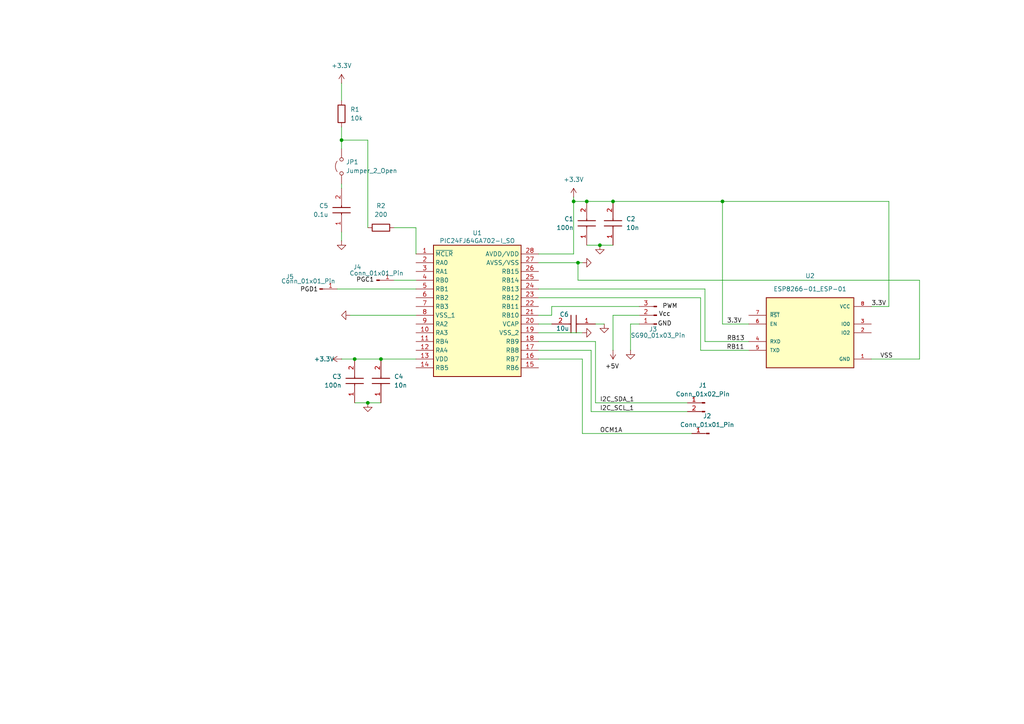
<source format=kicad_sch>
(kicad_sch (version 20231120) (generator "eeschema") (generator_version "8.0")
  (paper "A4")
  (lib_symbols
    (symbol "C0805C106M4PACTU:C0805C106M4PACTU" (pin_names hide)
      (property "Reference" "C" (at 8.89 6.35 0))
      (property "Value" "C0805C106M4PACTU" (at 8.89 3.81 0))
      (symbol "C0805C106M4PACTU_1_1"
        (polyline (pts (xy 5.08 0) (xy 5.588 0)) (stroke (width 0.254)))
        (polyline (pts (xy 5.588 2.54) (xy 5.588 -2.54)) (stroke (width 0.254)))
        (polyline (pts (xy 7.112 0) (xy 7.62 0)) (stroke (width 0.254)))
        (polyline (pts (xy 7.112 2.54) (xy 7.112 -2.54)) (stroke (width 0.254)))
        (pin passive line (at 0 0 0) (length 5.08) (name "1") (number "1"))
        (pin passive line (at 12.7 0 180) (length 5.08) (name "2") (number "2"))
      )
    )
    (symbol "Conn_01x01_Pin_1" (pin_names (offset 1.016) hide)
      (property "Reference" "J" (at 0 2.54 0))
      (property "Value" "Conn_01x01_Pin" (at 0 -2.54 0))
      (symbol "Conn_01x01_Pin_1_1_1"
        (polyline (pts (xy 1.27 0) (xy 0.8636 0)) (stroke (width 0.1524)))
        (rectangle (start 0.8636 0.127) (end 0 -0.127) (stroke (width 0.1524)) (fill (type outline)))
        (pin passive line (at 5.08 0 180) (length 3.81) (name "Pin_1") (number "1"))
      )
    )
    (symbol "Conn_01x01_Pin_2" (pin_names (offset 1.016) hide)
      (property "Reference" "J" (at 0 2.54 0))
      (property "Value" "Conn_01x01_Pin" (at 0 -2.54 0))
      (symbol "Conn_01x01_Pin_2_1_1"
        (polyline (pts (xy 1.27 0) (xy 0.8636 0)) (stroke (width 0.1524)))
        (rectangle (start 0.8636 0.127) (end 0 -0.127) (stroke (width 0.1524)) (fill (type outline)))
        (pin passive line (at 5.08 0 180) (length 3.81) (name "Pin_1") (number "1"))
      )
    )
    (symbol "Connector:Conn_01x01_Pin" (pin_names (offset 1.016) hide)
      (property "Reference" "J" (at 0 2.54 0))
      (property "Value" "Conn_01x01_Pin" (at 0 -2.54 0))
      (symbol "Conn_01x01_Pin_1_1"
        (polyline (pts (xy 1.27 0) (xy 0.8636 0)) (stroke (width 0.1524)))
        (rectangle (start 0.8636 0.127) (end 0 -0.127) (stroke (width 0.1524)) (fill (type outline)))
        (pin passive line (at 5.08 0 180) (length 3.81) (name "Pin_1") (number "1"))
      )
    )
    (symbol "Connector:Conn_01x02_Pin" (pin_names (offset 1.016) hide)
      (property "Reference" "J" (at 0 2.54 0))
      (property "Value" "Conn_01x02_Pin" (at 0 -5.08 0))
      (symbol "Conn_01x02_Pin_1_1"
        (polyline (pts (xy 1.27 -2.54) (xy 0.8636 -2.54)) (stroke (width 0.1524)))
        (polyline (pts (xy 1.27 0) (xy 0.8636 0)) (stroke (width 0.1524)))
        (rectangle (start 0.8636 -2.413) (end 0 -2.667) (stroke (width 0.1524)) (fill (type outline)))
        (rectangle (start 0.8636 0.127) (end 0 -0.127) (stroke (width 0.1524)) (fill (type outline)))
        (pin passive line (at 5.08 0 180) (length 3.81) (name "Pin_1") (number "1"))
        (pin passive line (at 5.08 -2.54 180) (length 3.81) (name "Pin_2") (number "2"))
      )
    )
    (symbol "Connector:Conn_01x03_Pin" (pin_names (offset 1.016) hide)
      (property "Reference" "J" (at 0 5.08 0))
      (property "Value" "Conn_01x03_Pin" (at 0 -5.08 0))
      (symbol "Conn_01x03_Pin_1_1"
        (polyline (pts (xy 1.27 -2.54) (xy 0.8636 -2.54)) (stroke (width 0.1524)))
        (polyline (pts (xy 1.27 0) (xy 0.8636 0)) (stroke (width 0.1524)))
        (polyline (pts (xy 1.27 2.54) (xy 0.8636 2.54)) (stroke (width 0.1524)))
        (rectangle (start 0.8636 -2.413) (end 0 -2.667) (stroke (width 0.1524)) (fill (type outline)))
        (rectangle (start 0.8636 0.127) (end 0 -0.127) (stroke (width 0.1524)) (fill (type outline)))
        (rectangle (start 0.8636 2.667) (end 0 2.413) (stroke (width 0.1524)) (fill (type outline)))
        (pin passive line (at 5.08 2.54 180) (length 3.81) (name "Pin_1") (number "1"))
        (pin passive line (at 5.08 0 180) (length 3.81) (name "Pin_2") (number "2"))
        (pin passive line (at 5.08 -2.54 180) (length 3.81) (name "Pin_3") (number "3"))
      )
    )
    (symbol "Device:R" (pin_numbers hide) (pin_names (offset 0))
      (property "Reference" "R" (at 2.032 0 90))
      (property "Value" "R" (at 0 0 90))
      (symbol "R_0_1"
        (rectangle (start -1.016 -2.54) (end 1.016 2.54) (stroke (width 0.254)))
      )
      (symbol "R_1_1"
        (pin passive line (at 0 3.81 270) (length 1.27) (name "~") (number "1"))
        (pin passive line (at 0 -3.81 90) (length 1.27) (name "~") (number "2"))
      )
    )
    (symbol "ESP8266-01_ESP-01:ESP8266-01_ESP-01" (pin_names (offset 1.016))
      (property "Reference" "U" (at -12.7094 10.6778 0))
      (property "Value" "ESP8266-01_ESP-01" (at -12.7131 -12.7131 0))
      (symbol "ESP8266-01_ESP-01_0_0"
        (rectangle (start -12.7 -10.16) (end 12.7 10.16) (stroke (width 0.254)) (fill (type background)))
        (pin power_in line (at 17.78 -7.62 180) (length 5.08) (name "GND") (number "1"))
        (pin bidirectional line (at 17.78 0 180) (length 5.08) (name "IO2") (number "2"))
        (pin bidirectional line (at 17.78 2.54 180) (length 5.08) (name "IO0") (number "3"))
        (pin input line (at -17.78 -2.54 0) (length 5.08) (name "RXD") (number "4"))
        (pin output line (at -17.78 -5.08 0) (length 5.08) (name "TXD") (number "5"))
        (pin input line (at -17.78 2.54 0) (length 5.08) (name "EN") (number "6"))
        (pin input line (at -17.78 5.08 0) (length 5.08) (name "~{RST}") (number "7"))
        (pin power_in line (at 17.78 7.62 180) (length 5.08) (name "VCC") (number "8"))
      )
    )
    (symbol "Jumper:Jumper_2_Open" (pin_numbers hide) (pin_names (offset 0) hide) (exclude_from_sim yes)
      (property "Reference" "JP" (at 0 2.794 0))
      (property "Value" "Jumper_2_Open" (at 0 -2.286 0))
      (symbol "Jumper_2_Open_0_0"
        (circle (center -2.032 0) (radius 0.508))
        (circle (center 2.032 0) (radius 0.508))
      )
      (symbol "Jumper_2_Open_0_1"
        (arc (start 1.524 1.27) (mid 0 1.778) (end -1.524 1.27))
      )
      (symbol "Jumper_2_Open_1_1"
        (pin passive line (at -5.08 0 0) (length 2.54) (name "A") (number "1"))
        (pin passive line (at 5.08 0 180) (length 2.54) (name "B") (number "2"))
      )
    )
    (symbol "PIC24FJ64GA702-I_SO:PIC24FJ64GA702-I_SO"
      (property "Reference" "IC" (at 31.75 7.62 0))
      (property "Value" "PIC24FJ64GA702-I_SO" (at 31.75 5.08 0))
      (symbol "PIC24FJ64GA702-I_SO_1_1"
        (rectangle (start 5.08 2.54) (end 30.48 -35.56) (stroke (width 0.254)) (fill (type background)))
        (pin passive line (at 0 0 0) (length 5.08) (name "~{MCLR}") (number "1"))
        (pin passive line (at 0 -22.86 0) (length 5.08) (name "RA3") (number "10"))
        (pin passive line (at 0 -25.4 0) (length 5.08) (name "RB4") (number "11"))
        (pin passive line (at 0 -27.94 0) (length 5.08) (name "RA4") (number "12"))
        (pin passive line (at 0 -30.48 0) (length 5.08) (name "VDD") (number "13"))
        (pin passive line (at 0 -33.02 0) (length 5.08) (name "RB5") (number "14"))
        (pin passive line (at 35.56 -33.02 180) (length 5.08) (name "RB6") (number "15"))
        (pin passive line (at 35.56 -30.48 180) (length 5.08) (name "RB7") (number "16"))
        (pin passive line (at 35.56 -27.94 180) (length 5.08) (name "RB8") (number "17"))
        (pin passive line (at 35.56 -25.4 180) (length 5.08) (name "RB9") (number "18"))
        (pin passive line (at 35.56 -22.86 180) (length 5.08) (name "VSS_2") (number "19"))
        (pin passive line (at 0 -2.54 0) (length 5.08) (name "RA0") (number "2"))
        (pin passive line (at 35.56 -20.32 180) (length 5.08) (name "VCAP") (number "20"))
        (pin passive line (at 35.56 -17.78 180) (length 5.08) (name "RB10") (number "21"))
        (pin passive line (at 35.56 -15.24 180) (length 5.08) (name "RB11") (number "22"))
        (pin passive line (at 35.56 -12.7 180) (length 5.08) (name "RB12") (number "23"))
        (pin passive line (at 35.56 -10.16 180) (length 5.08) (name "RB13") (number "24"))
        (pin passive line (at 35.56 -7.62 180) (length 5.08) (name "RB14") (number "25"))
        (pin passive line (at 35.56 -5.08 180) (length 5.08) (name "RB15") (number "26"))
        (pin passive line (at 35.56 -2.54 180) (length 5.08) (name "AVSS/VSS") (number "27"))
        (pin passive line (at 35.56 0 180) (length 5.08) (name "AVDD/VDD") (number "28"))
        (pin passive line (at 0 -5.08 0) (length 5.08) (name "RA1") (number "3"))
        (pin passive line (at 0 -7.62 0) (length 5.08) (name "RB0") (number "4"))
        (pin passive line (at 0 -10.16 0) (length 5.08) (name "RB1") (number "5"))
        (pin passive line (at 0 -12.7 0) (length 5.08) (name "RB2") (number "6"))
        (pin passive line (at 0 -15.24 0) (length 5.08) (name "RB3") (number "7"))
        (pin passive line (at 0 -17.78 0) (length 5.08) (name "VSS_1") (number "8"))
        (pin passive line (at 0 -20.32 0) (length 5.08) (name "RA2") (number "9"))
      )
    )
    (symbol "power:+3.3V" (power) (pin_numbers hide) (pin_names (offset 0) hide)
      (property "Value" "+3.3V" (at 0 3.556 0))
      (symbol "+3.3V_0_1"
        (polyline (pts (xy -0.762 1.27) (xy 0 2.54)))
        (polyline (pts (xy 0 0) (xy 0 2.54)))
        (polyline (pts (xy 0 2.54) (xy 0.762 1.27)))
      )
      (symbol "+3.3V_1_1"
        (pin power_in line (at 0 0 90) (length 0) (name "~") (number "1"))
      )
    )
    (symbol "power:+5C" (power) (pin_numbers hide) (pin_names (offset 0) hide)
      (property "Value" "+5C" (at 0 3.556 0))
      (symbol "+5C_0_1"
        (polyline (pts (xy -0.762 1.27) (xy 0 2.54)))
        (polyline (pts (xy 0 0) (xy 0 2.54)))
        (polyline (pts (xy 0 2.54) (xy 0.762 1.27)))
      )
      (symbol "+5C_1_1"
        (pin power_in line (at 0 0 90) (length 0) (name "~") (number "1"))
      )
    )
    (symbol "power:GND" (power) (pin_numbers hide) (pin_names (offset 0) hide)
      (property "Value" "GND" (at 0 -3.81 0))
      (symbol "GND_0_1"
        (polyline (pts (xy 0 0) (xy 0 -1.27) (xy 1.27 -1.27) (xy 0 -2.54) (xy -1.27 -1.27) (xy 0 -1.27)))
      )
      (symbol "GND_1_1"
        (pin power_in line (at 0 0 270) (length 0) (name "~") (number "1"))
      )
    )
  )
  (junction (at 110.49 104.14))
  (junction (at 167.64 76.2))
  (junction (at 170.18 58.42))
  (junction (at 173.99 71.12))
  (junction (at 106.68 116.84))
  (junction (at 102.87 104.14))
  (junction (at 99.06 40.64))
  (junction (at 166.37 58.42))
  (junction (at 177.8 58.42))
  (junction (at 209.55 58.42))
  (wire (pts (xy 168.91 125.73) (xy 200.66 125.73)))
  (wire (pts (xy 156.21 83.82) (xy 204.47 83.82)))
  (wire (pts (xy 166.37 58.42) (xy 166.37 73.66)))
  (wire (pts (xy 172.72 93.98) (xy 175.26 93.98)))
  (wire (pts (xy 156.21 104.14) (xy 168.91 104.14)))
  (wire (pts (xy 156.21 101.6) (xy 171.45 101.6)))
  (wire (pts (xy 167.64 76.2) (xy 168.91 76.2)))
  (wire (pts (xy 120.65 66.04) (xy 120.65 73.66)))
  (wire (pts (xy 156.21 86.36) (xy 203.2 86.36)))
  (wire (pts (xy 172.72 116.84) (xy 172.72 99.06)))
  (wire (pts (xy 156.21 96.52) (xy 168.91 96.52)))
  (wire (pts (xy 160.02 91.44) (xy 160.02 88.9)))
  (wire (pts (xy 102.87 104.14) (xy 110.49 104.14)))
  (wire (pts (xy 204.47 83.82) (xy 204.47 99.06)))
  (wire (pts (xy 110.49 104.14) (xy 120.65 104.14)))
  (wire (pts (xy 170.18 58.42) (xy 177.8 58.42)))
  (wire (pts (xy 166.37 57.15) (xy 166.37 58.42)))
  (wire (pts (xy 257.81 58.42) (xy 257.81 88.9)))
  (wire (pts (xy 171.45 119.38) (xy 199.39 119.38)))
  (wire (pts (xy 156.21 99.06) (xy 172.72 99.06)))
  (wire (pts (xy 257.81 88.9) (xy 252.73 88.9)))
  (wire (pts (xy 177.8 91.44) (xy 185.42 91.44)))
  (wire (pts (xy 160.02 88.9) (xy 185.42 88.9)))
  (wire (pts (xy 167.64 76.2) (xy 167.64 81.28)))
  (wire (pts (xy 156.21 91.44) (xy 160.02 91.44)))
  (wire (pts (xy 99.06 40.64) (xy 106.68 40.64)))
  (wire (pts (xy 182.88 93.98) (xy 185.42 93.98)))
  (wire (pts (xy 166.37 58.42) (xy 170.18 58.42)))
  (wire (pts (xy 99.06 40.64) (xy 99.06 43.18)))
  (wire (pts (xy 209.55 58.42) (xy 257.81 58.42)))
  (wire (pts (xy 177.8 58.42) (xy 209.55 58.42)))
  (wire (pts (xy 204.47 99.06) (xy 217.17 99.06)))
  (wire (pts (xy 99.06 104.14) (xy 102.87 104.14)))
  (wire (pts (xy 168.91 104.14) (xy 168.91 125.73)))
  (wire (pts (xy 209.55 93.98) (xy 217.17 93.98)))
  (wire (pts (xy 182.88 101.6) (xy 182.88 93.98)))
  (wire (pts (xy 173.99 71.12) (xy 177.8 71.12)))
  (wire (pts (xy 156.21 76.2) (xy 167.64 76.2)))
  (wire (pts (xy 167.64 81.28) (xy 266.7 81.28)))
  (wire (pts (xy 114.3 66.04) (xy 120.65 66.04)))
  (wire (pts (xy 99.06 36.83) (xy 99.06 40.64)))
  (wire (pts (xy 203.2 86.36) (xy 203.2 101.6)))
  (wire (pts (xy 171.45 119.38) (xy 171.45 101.6)))
  (wire (pts (xy 101.6 91.44) (xy 120.65 91.44)))
  (wire (pts (xy 177.8 101.6) (xy 177.8 91.44)))
  (wire (pts (xy 106.68 66.04) (xy 106.68 40.64)))
  (wire (pts (xy 266.7 81.28) (xy 266.7 104.14)))
  (wire (pts (xy 99.06 24.13) (xy 99.06 29.21)))
  (wire (pts (xy 106.68 116.84) (xy 102.87 116.84)))
  (wire (pts (xy 172.72 116.84) (xy 199.39 116.84)))
  (wire (pts (xy 106.68 116.84) (xy 110.49 116.84)))
  (wire (pts (xy 114.3 81.28) (xy 120.65 81.28)))
  (wire (pts (xy 266.7 104.14) (xy 252.73 104.14)))
  (wire (pts (xy 166.37 73.66) (xy 156.21 73.66)))
  (wire (pts (xy 209.55 58.42) (xy 209.55 93.98)))
  (wire (pts (xy 173.99 71.12) (xy 170.18 71.12)))
  (wire (pts (xy 99.06 53.34) (xy 99.06 54.61)))
  (wire (pts (xy 203.2 101.6) (xy 217.17 101.6)))
  (wire (pts (xy 99.06 67.31) (xy 99.06 69.85)))
  (wire (pts (xy 97.79 83.82) (xy 120.65 83.82)))
  (wire (pts (xy 156.21 93.98) (xy 160.02 93.98)))
  (text "Vcc" (at 192.786 91.186 0) (effects (font (size 1.27 1.27) (thickness 0.1588))))
  (text "PWM" (at 194.31 88.9 0) (effects (font (size 1.27 1.27))))
  (text "PGC1" (at 105.918 81.28 0) (effects (font (size 1.27 1.27))))
  (text "PGD1" (at 89.662 84.074 0) (effects (font (size 1.27 1.27))))
  (text "GND" (at 192.786 93.98 0) (effects (font (size 1.27 1.27))))
  (label "RB13" (at 210.82 99.06 0))
  (label "I2C_SDA_1" (at 173.99 116.84 0))
  (label "OCM1A" (at 173.99 125.73 0))
  (label "3.3V" (at 210.82 93.98 0))
  (label "RB11" (at 215.9 101.6 180))
  (label "I2C_SCL_1" (at 173.99 119.38 0))
  (label "VSS" (at 255.27 104.14 0))
  (label "3.3V" (at 252.73 88.9 0))
  (symbol (lib_id "PIC24FJ64GA702-I_SO:PIC24FJ64GA702-I_SO") (at 120.65 73.66 0) (unit 1)
    (property "Reference" "U1" (at 138.43 67.564 0))
    (property "Value" "PIC24FJ64GA702-I_SO" (at 138.43 69.85 0))
    (property "Footprint" "SOIC127P1030X265-28N" (effects (hide yes)))
    (property "Description" "16-bit Microcontrollers - MCU 16-bit, 16 MIPS, 64KB Flash, 16KB RAM" (effects (hide yes)))
    (property "Height" "2.65" (effects (hide yes)))
    (property "Mouser Part Number" "579-24FJ64GA702ISO" (effects (hide yes)))
    (property "Mouser Price/Stock" "https://www.mouser.co.uk/ProductDetail/Microchip-Technology/PIC24FJ64GA702-I-SO?qs=tOTLKpwhCJcpK%252BsaonbYLQ%3D%3D" (effects (hide yes)))
    (property "Manufacturer_Name" "Microchip" (effects (hide yes)))
    (property "Manufacturer_Part_Number" "PIC24FJ64GA702-I/SO" (effects (hide yes)))
  )
  (symbol (lib_id "power:+3.3V") (at 99.06 24.13 0) (unit 1)
    (property "Reference" "#PWR04" (effects (hide yes)))
    (property "Value" "+3.3V" (at 99.06 19.05 0))
    (property "Description" "Power symbol creates a global label with name \"+3.3V\"" (effects (hide yes)))
  )
  (symbol (lib_id "power:GND") (at 99.06 69.85 0) (unit 1)
    (property "Reference" "#PWR01" (effects (hide yes)))
    (property "Value" "GND" (effects (hide yes)))
    (property "Description" "Power symbol creates a global label with name \"GND\" , ground" (effects (hide yes)))
  )
  (symbol (lib_id "power:GND") (at 168.91 96.52 90) (unit 1)
    (property "Reference" "#PWR08" (effects (hide yes)))
    (property "Value" "GND" (effects (hide yes)))
    (property "Description" "Power symbol creates a global label with name \"GND\" , ground" (effects (hide yes)))
  )
  (symbol (lib_id "C0805C106M4PACTU:C0805C106M4PACTU") (at 99.06 67.31 270) (mirror x) (unit 1)
    (property "Reference" "C5" (at 95.25 59.6899 90) (effects (justify right)))
    (property "Value" "0.1u" (at 95.25 62.2299 90) (effects (justify right)))
    (property "Footprint" "C0805" (effects (hide yes)))
    (property "Datasheet" "https://content.kemet.com/datasheets/KEM_C1006_X5R_SMD.pdf" (effects (hide yes)))
    (property "Description" "SMD Comm X5R, Ceramic, 10 uF, 20%, 16 VDC, 40 VDC, 85C, -55C, X5R, SMD, MLCC, Temperature Stable, Class II, 10 % , 10 MOhms, 21 mg, 0805, 2mm, 1.25mm, 1.25mm, 0.75mm, 0.5mm, 3000, 78  Weeks, 70" (effects (hide yes)))
    (property "Height" "1.1" (effects (hide yes)))
    (property "Mouser Part Number" "80-C0805C106M4P" (effects (hide yes)))
    (property "Mouser Price/Stock" "https://www.mouser.co.uk/ProductDetail/KEMET/C0805C106M4PACTU?qs=KHg1sw%2FVM5StZkWXuKrj7w%3D%3D" (effects (hide yes)))
    (property "Manufacturer_Name" "KEMET" (effects (hide yes)))
    (property "Manufacturer_Part_Number" "C0805C106M4PACTU" (effects (hide yes)))
  )
  (symbol (lib_id "power:GND") (at 182.88 101.6 0) (unit 1)
    (property "Reference" "#PWR012" (effects (hide yes)))
    (property "Value" "GND" (effects (hide yes)))
    (property "Description" "Power symbol creates a global label with name \"GND\" , ground" (effects (hide yes)))
  )
  (symbol (lib_id "Connector:Conn_01x03_Pin") (at 190.5 91.44 180) (unit 1)
    (property "Reference" "J3" (at 188.214 95.504 0) (effects (justify right)))
    (property "Value" "SG90_01x03_Pin" (at 182.88 97.282 0) (effects (justify right)))
    (property "Description" "Generic connector, single row, 01x03, script generated" (effects (hide yes)))
  )
  (symbol (lib_id "Device:R") (at 110.49 66.04 90) (unit 1)
    (property "Reference" "R2" (at 110.49 59.69 90))
    (property "Value" "200" (at 110.49 62.23 90))
    (property "Description" "Resistor" (effects (hide yes)))
  )
  (symbol (lib_id "Connector:Conn_01x01_Pin") (at 205.74 125.73 0) (mirror y) (unit 1)
    (property "Reference" "J2" (at 205.105 120.65 0))
    (property "Value" "Conn_01x01_Pin" (at 205.105 123.19 0))
    (property "Description" "Generic connector, single row, 01x01, script generated" (effects (hide yes)))
  )
  (symbol (lib_id "power:GND") (at 101.6 91.44 270) (unit 1)
    (property "Reference" "#PWR05" (effects (hide yes)))
    (property "Value" "GND" (effects (hide yes)))
    (property "Description" "Power symbol creates a global label with name \"GND\" , ground" (effects (hide yes)))
  )
  (symbol (lib_id "power:GND") (at 168.91 76.2 90) (unit 1)
    (property "Reference" "#PWR09" (effects (hide yes)))
    (property "Value" "GND" (effects (hide yes)))
    (property "Description" "Power symbol creates a global label with name \"GND\" , ground" (effects (hide yes)))
  )
  (symbol (lib_id "power:GND") (at 175.26 93.98 0) (unit 1)
    (property "Reference" "#PWR02" (effects (hide yes)))
    (property "Value" "GND" (effects (hide yes)))
    (property "Description" "Power symbol creates a global label with name \"GND\" , ground" (effects (hide yes)))
  )
  (symbol (lib_id "C0805C106M4PACTU:C0805C106M4PACTU") (at 110.49 116.84 90) (unit 1)
    (property "Reference" "C4" (at 114.3 109.2199 90) (effects (justify right)))
    (property "Value" "10n" (at 114.3 111.7599 90) (effects (justify right)))
    (property "Footprint" "C0805" (effects (hide yes)))
    (property "Datasheet" "https://content.kemet.com/datasheets/KEM_C1006_X5R_SMD.pdf" (effects (hide yes)))
    (property "Description" "SMD Comm X5R, Ceramic, 10 uF, 20%, 16 VDC, 40 VDC, 85C, -55C, X5R, SMD, MLCC, Temperature Stable, Class II, 10 % , 10 MOhms, 21 mg, 0805, 2mm, 1.25mm, 1.25mm, 0.75mm, 0.5mm, 3000, 78  Weeks, 70" (effects (hide yes)))
    (property "Height" "1.1" (effects (hide yes)))
    (property "Mouser Part Number" "80-C0805C106M4P" (effects (hide yes)))
    (property "Mouser Price/Stock" "https://www.mouser.co.uk/ProductDetail/KEMET/C0805C106M4PACTU?qs=KHg1sw%2FVM5StZkWXuKrj7w%3D%3D" (effects (hide yes)))
    (property "Manufacturer_Name" "KEMET" (effects (hide yes)))
    (property "Manufacturer_Part_Number" "C0805C106M4PACTU" (effects (hide yes)))
  )
  (symbol (lib_id "power:+3.3V") (at 99.06 104.14 90) (unit 1)
    (property "Reference" "#PWR07" (effects (hide yes)))
    (property "Value" "+3.3V" (at 93.98 104.14 90))
    (property "Description" "Power symbol creates a global label with name \"+3.3V\"" (effects (hide yes)))
  )
  (symbol (lib_name "Conn_01x01_Pin_2") (lib_id "Connector:Conn_01x01_Pin") (at 109.22 81.28 0) (unit 1)
    (property "Reference" "J4" (at 103.632 77.47 0))
    (property "Value" "Conn_01x01_Pin" (at 109.22 79.248 0))
    (property "Description" "Generic connector, single row, 01x01, script generated" (effects (hide yes)))
  )
  (symbol (lib_id "C0805C106M4PACTU:C0805C106M4PACTU") (at 172.72 93.98 0) (mirror y) (unit 1)
    (property "Reference" "C6" (at 162.306 91.186 0) (effects (justify right)))
    (property "Value" "10u" (at 161.29 95.25 0) (effects (justify right)))
    (property "Footprint" "C0805" (effects (hide yes)))
    (property "Datasheet" "https://content.kemet.com/datasheets/KEM_C1006_X5R_SMD.pdf" (effects (hide yes)))
    (property "Description" "SMD Comm X5R, Ceramic, 10 uF, 20%, 16 VDC, 40 VDC, 85C, -55C, X5R, SMD, MLCC, Temperature Stable, Class II, 10 % , 10 MOhms, 21 mg, 0805, 2mm, 1.25mm, 1.25mm, 0.75mm, 0.5mm, 3000, 78  Weeks, 70" (effects (hide yes)))
    (property "Height" "1.1" (effects (hide yes)))
    (property "Mouser Part Number" "80-C0805C106M4P" (effects (hide yes)))
    (property "Mouser Price/Stock" "https://www.mouser.co.uk/ProductDetail/KEMET/C0805C106M4PACTU?qs=KHg1sw%2FVM5StZkWXuKrj7w%3D%3D" (effects (hide yes)))
    (property "Manufacturer_Name" "KEMET" (effects (hide yes)))
    (property "Manufacturer_Part_Number" "C0805C106M4PACTU" (effects (hide yes)))
  )
  (symbol (lib_id "Device:R") (at 99.06 33.02 0) (unit 1)
    (property "Reference" "R1" (at 101.6 31.7499 0) (effects (justify left)))
    (property "Value" "10k" (at 101.6 34.2899 0) (effects (justify left)))
    (property "Description" "Resistor" (effects (hide yes)))
  )
  (symbol (lib_id "Jumper:Jumper_2_Open") (at 99.06 48.26 90) (unit 1) (exclude_from_sim yes)
    (property "Reference" "JP1" (at 100.33 46.9899 90) (effects (justify right)))
    (property "Value" "Jumper_2_Open" (at 100.33 49.5299 90) (effects (justify right)))
    (property "Description" "Jumper, 2-pole, open" (effects (hide yes)))
  )
  (symbol (lib_id "C0805C106M4PACTU:C0805C106M4PACTU") (at 170.18 71.12 270) (mirror x) (unit 1)
    (property "Reference" "C1" (at 166.37 63.4999 90) (effects (justify right)))
    (property "Value" "100n" (at 166.37 66.0399 90) (effects (justify right)))
    (property "Footprint" "C0805" (effects (hide yes)))
    (property "Datasheet" "https://content.kemet.com/datasheets/KEM_C1006_X5R_SMD.pdf" (effects (hide yes)))
    (property "Description" "SMD Comm X5R, Ceramic, 10 uF, 20%, 16 VDC, 40 VDC, 85C, -55C, X5R, SMD, MLCC, Temperature Stable, Class II, 10 % , 10 MOhms, 21 mg, 0805, 2mm, 1.25mm, 1.25mm, 0.75mm, 0.5mm, 3000, 78  Weeks, 70" (effects (hide yes)))
    (property "Height" "1.1" (effects (hide yes)))
    (property "Mouser Part Number" "80-C0805C106M4P" (effects (hide yes)))
    (property "Mouser Price/Stock" "https://www.mouser.co.uk/ProductDetail/KEMET/C0805C106M4PACTU?qs=KHg1sw%2FVM5StZkWXuKrj7w%3D%3D" (effects (hide yes)))
    (property "Manufacturer_Name" "KEMET" (effects (hide yes)))
    (property "Manufacturer_Part_Number" "C0805C106M4PACTU" (effects (hide yes)))
  )
  (symbol (lib_id "C0805C106M4PACTU:C0805C106M4PACTU") (at 177.8 71.12 90) (unit 1)
    (property "Reference" "C2" (at 181.61 63.4999 90) (effects (justify right)))
    (property "Value" "10n" (at 181.61 66.0399 90) (effects (justify right)))
    (property "Footprint" "C0805" (effects (hide yes)))
    (property "Datasheet" "https://content.kemet.com/datasheets/KEM_C1006_X5R_SMD.pdf" (effects (hide yes)))
    (property "Description" "SMD Comm X5R, Ceramic, 10 uF, 20%, 16 VDC, 40 VDC, 85C, -55C, X5R, SMD, MLCC, Temperature Stable, Class II, 10 % , 10 MOhms, 21 mg, 0805, 2mm, 1.25mm, 1.25mm, 0.75mm, 0.5mm, 3000, 78  Weeks, 70" (effects (hide yes)))
    (property "Height" "1.1" (effects (hide yes)))
    (property "Mouser Part Number" "80-C0805C106M4P" (effects (hide yes)))
    (property "Mouser Price/Stock" "https://www.mouser.co.uk/ProductDetail/KEMET/C0805C106M4PACTU?qs=KHg1sw%2FVM5StZkWXuKrj7w%3D%3D" (effects (hide yes)))
    (property "Manufacturer_Name" "KEMET" (effects (hide yes)))
    (property "Manufacturer_Part_Number" "C0805C106M4PACTU" (effects (hide yes)))
  )
  (symbol (lib_id "Connector:Conn_01x02_Pin") (at 204.47 116.84 0) (mirror y) (unit 1)
    (property "Reference" "J1" (at 203.835 111.76 0))
    (property "Value" "Conn_01x02_Pin" (at 203.835 114.3 0))
    (property "Description" "Generic connector, single row, 01x02, script generated" (effects (hide yes)))
  )
  (symbol (lib_name "Conn_01x01_Pin_1") (lib_id "Connector:Conn_01x01_Pin") (at 92.71 83.82 0) (unit 1)
    (property "Reference" "J5" (at 84.074 80.264 0))
    (property "Value" "Conn_01x01_Pin" (at 89.408 81.534 0))
    (property "Description" "Generic connector, single row, 01x01, script generated" (effects (hide yes)))
  )
  (symbol (lib_id "C0805C106M4PACTU:C0805C106M4PACTU") (at 102.87 116.84 270) (mirror x) (unit 1)
    (property "Reference" "C3" (at 99.06 109.2199 90) (effects (justify right)))
    (property "Value" "100n" (at 99.06 111.7599 90) (effects (justify right)))
    (property "Footprint" "C0805" (effects (hide yes)))
    (property "Datasheet" "https://content.kemet.com/datasheets/KEM_C1006_X5R_SMD.pdf" (effects (hide yes)))
    (property "Description" "SMD Comm X5R, Ceramic, 10 uF, 20%, 16 VDC, 40 VDC, 85C, -55C, X5R, SMD, MLCC, Temperature Stable, Class II, 10 % , 10 MOhms, 21 mg, 0805, 2mm, 1.25mm, 1.25mm, 0.75mm, 0.5mm, 3000, 78  Weeks, 70" (effects (hide yes)))
    (property "Height" "1.1" (effects (hide yes)))
    (property "Mouser Part Number" "80-C0805C106M4P" (effects (hide yes)))
    (property "Mouser Price/Stock" "https://www.mouser.co.uk/ProductDetail/KEMET/C0805C106M4PACTU?qs=KHg1sw%2FVM5StZkWXuKrj7w%3D%3D" (effects (hide yes)))
    (property "Manufacturer_Name" "KEMET" (effects (hide yes)))
    (property "Manufacturer_Part_Number" "C0805C106M4PACTU" (effects (hide yes)))
  )
  (symbol (lib_id "power:GND") (at 106.68 116.84 0) (unit 1)
    (property "Reference" "#PWR011" (effects (hide yes)))
    (property "Value" "GND" (effects (hide yes)))
    (property "Description" "Power symbol creates a global label with name \"GND\" , ground" (effects (hide yes)))
  )
  (symbol (lib_id "power:+5C") (at 177.8 101.6 180) (unit 1)
    (property "Reference" "#PWR06" (effects (hide yes)))
    (property "Value" "+5V" (at 177.546 106.172 0))
    (property "Description" "Power symbol creates a global label with name \"+5C\"" (effects (hide yes)))
  )
  (symbol (lib_id "ESP8266-01_ESP-01:ESP8266-01_ESP-01") (at 234.95 96.52 0) (unit 1)
    (property "Reference" "U2" (at 234.95 80.01 0))
    (property "Value" "ESP8266-01_ESP-01" (at 234.95 83.82 0))
    (property "Footprint" "ESP8266-01_ESP-01:XCVR_ESP8266-01_ESP-01" (effects (hide yes)))
    (property "MF" "AI-Thinker" (effects (hide yes)))
    (property "MAXIMUM_PACKAGE_HEIGHT" "11.2 mm" (effects (hide yes)))
    (property "Package" "Non-Standard AI-Thinker" (effects (hide yes)))
    (property "Price" "None" (effects (hide yes)))
    (property "Check_prices" "https://www.snapeda.com/parts/ESP8266-01/ESP-01/AI-Thinker/view-part/?ref=eda" (effects (hide yes)))
    (property "STANDARD" "Manufacturer recommendations or IPC 7351B" (effects (hide yes)))
    (property "PARTREV" "V1.2" (effects (hide yes)))
    (property "SnapEDA_Link" "https://www.snapeda.com/parts/ESP8266-01/ESP-01/AI-Thinker/view-part/?ref=snap" (effects (hide yes)))
    (property "MP" "ESP8266-01/ESP-01" (effects (hide yes)))
    (property "Description_1" "\n                        \n                            MakerFocus 4pcs ESP8266 ESP-01 Serial Wireless WiFi Transceiver Receiver Module 1MB SPI Flash DC3.0-3.6V Internet of Things WiFi Module Board Compatible with Ar duino\n                        \n" (effects (hide yes)))
    (property "Availability" "Not in stock" (effects (hide yes)))
    (property "MANUFACTURER" "AI-Thinker" (effects (hide yes)))
  )
  (symbol (lib_id "power:GND") (at 173.99 71.12 0) (unit 1)
    (property "Reference" "#PWR010" (effects (hide yes)))
    (property "Value" "GND" (effects (hide yes)))
    (property "Description" "Power symbol creates a global label with name \"GND\" , ground" (effects (hide yes)))
  )
  (symbol (lib_id "power:+3.3V") (at 166.37 57.15 0) (unit 1)
    (property "Reference" "#PWR03" (effects (hide yes)))
    (property "Value" "+3.3V" (at 166.37 52.07 0))
    (property "Description" "Power symbol creates a global label with name \"+3.3V\"" (effects (hide yes)))
  )
)
</source>
